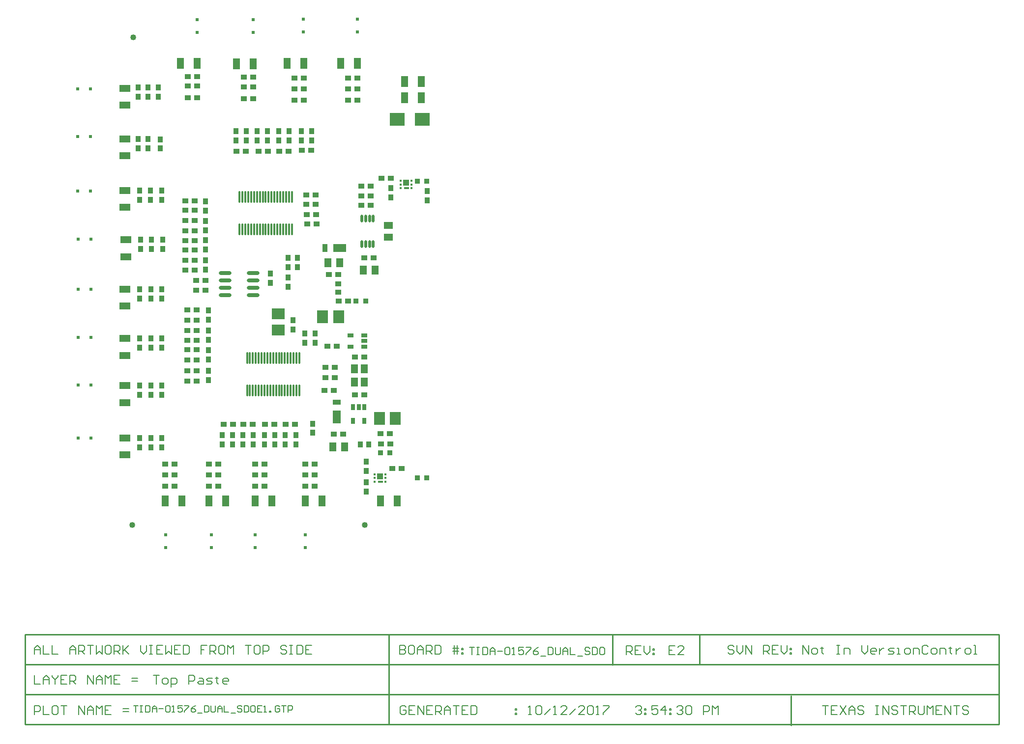
<source format=gtp>
G04 Layer_Color=8421504*
%FSLAX25Y25*%
%MOIN*%
G70*
G01*
G75*
%ADD10O,0.01181X0.08071*%
%ADD11R,0.05000X0.06300*%
%ADD12R,0.05512X0.08661*%
%ADD13R,0.05512X0.03543*%
%ADD14R,0.02362X0.02362*%
%ADD15R,0.03740X0.03937*%
%ADD16R,0.05118X0.05906*%
%ADD17R,0.03200X0.03200*%
%ADD18R,0.01791X0.01575*%
%ADD19R,0.04331X0.04134*%
%ADD20R,0.03347X0.01575*%
%ADD21R,0.07677X0.08858*%
%ADD22R,0.09843X0.09055*%
%ADD23R,0.03937X0.03740*%
%ADD24R,0.02559X0.04331*%
%ADD25C,0.04000*%
%ADD26R,0.05118X0.07284*%
%ADD27R,0.02362X0.02362*%
%ADD28R,0.03740X0.03937*%
%ADD29R,0.07284X0.05118*%
%ADD30R,0.03937X0.03740*%
%ADD31R,0.04331X0.02559*%
%ADD32R,0.08858X0.07677*%
%ADD33R,0.08661X0.05512*%
%ADD34R,0.03543X0.05512*%
%ADD35O,0.01772X0.05315*%
%ADD36R,0.06300X0.05000*%
%ADD37O,0.08661X0.02362*%
%ADD38C,0.01000*%
%ADD46C,0.00800*%
G54D10*
X151650Y244921D02*
D03*
X149681D02*
D03*
X147713D02*
D03*
X145744D02*
D03*
X143776D02*
D03*
X141807D02*
D03*
X139839D02*
D03*
X137870D02*
D03*
X135902D02*
D03*
X133933D02*
D03*
X131965D02*
D03*
X129996D02*
D03*
X128028D02*
D03*
X126059D02*
D03*
X124091D02*
D03*
X122122D02*
D03*
X120153D02*
D03*
X118185D02*
D03*
X116217D02*
D03*
X151650Y222677D02*
D03*
X149681D02*
D03*
X147713D02*
D03*
X145744D02*
D03*
X143776D02*
D03*
X141807D02*
D03*
X139839D02*
D03*
X137870D02*
D03*
X135902D02*
D03*
X133933D02*
D03*
X131965D02*
D03*
X129996D02*
D03*
X128028D02*
D03*
X126059D02*
D03*
X124091D02*
D03*
X122122D02*
D03*
X120153D02*
D03*
X118185D02*
D03*
X116217D02*
D03*
X156717Y135622D02*
D03*
X154748D02*
D03*
X152779D02*
D03*
X150811D02*
D03*
X148843D02*
D03*
X146874D02*
D03*
X144905D02*
D03*
X142937D02*
D03*
X140969D02*
D03*
X139000D02*
D03*
X137031D02*
D03*
X135063D02*
D03*
X133095D02*
D03*
X131126D02*
D03*
X129157D02*
D03*
X127189D02*
D03*
X125221D02*
D03*
X123252D02*
D03*
X121283D02*
D03*
X156717Y113378D02*
D03*
X154748D02*
D03*
X152779D02*
D03*
X150811D02*
D03*
X148843D02*
D03*
X146874D02*
D03*
X144905D02*
D03*
X142937D02*
D03*
X140969D02*
D03*
X139000D02*
D03*
X137031D02*
D03*
X135063D02*
D03*
X133095D02*
D03*
X131126D02*
D03*
X129157D02*
D03*
X127189D02*
D03*
X125221D02*
D03*
X123252D02*
D03*
X121283D02*
D03*
G54D11*
X187600Y75200D02*
D03*
X179600D02*
D03*
X184000Y200000D02*
D03*
X176000D02*
D03*
X200000Y195000D02*
D03*
X208000D02*
D03*
G54D12*
X182100Y95580D02*
D03*
G54D13*
Y105620D02*
D03*
G54D14*
X6669Y149500D02*
D03*
X15331D02*
D03*
Y216000D02*
D03*
X6669D02*
D03*
X15131Y248900D02*
D03*
X6469D02*
D03*
X6669Y182300D02*
D03*
X15331D02*
D03*
X15231Y318300D02*
D03*
X6569D02*
D03*
X15231Y285950D02*
D03*
X6569D02*
D03*
X6669Y117000D02*
D03*
X15331D02*
D03*
X6769Y81200D02*
D03*
X15431D02*
D03*
G54D15*
X197947Y76800D02*
D03*
X203853D02*
D03*
G54D16*
X194153Y119000D02*
D03*
X200847D02*
D03*
Y128000D02*
D03*
X194153D02*
D03*
G54D17*
X236752Y54000D02*
D03*
X243248D02*
D03*
X195252Y174000D02*
D03*
X201748D02*
D03*
X211752Y71000D02*
D03*
X218248D02*
D03*
X243248Y255500D02*
D03*
X236752D02*
D03*
G54D18*
X215132Y51441D02*
D03*
Y54000D02*
D03*
Y56559D02*
D03*
X207868Y51441D02*
D03*
Y54000D02*
D03*
Y56559D02*
D03*
X232764Y250641D02*
D03*
Y253200D02*
D03*
Y255759D02*
D03*
X225500Y250641D02*
D03*
Y253200D02*
D03*
Y255759D02*
D03*
G54D19*
X211500Y55279D02*
D03*
X229132Y254480D02*
D03*
G54D20*
X211878Y51441D02*
D03*
X229510Y250641D02*
D03*
G54D21*
X221813Y94600D02*
D03*
X210987D02*
D03*
X172587Y163500D02*
D03*
X183413D02*
D03*
G54D22*
X223071Y297500D02*
D03*
X240000D02*
D03*
G54D23*
X211750Y84200D02*
D03*
X218050D02*
D03*
X167983Y232911D02*
D03*
X161683D02*
D03*
X168283Y226311D02*
D03*
X161984D02*
D03*
X200650Y110500D02*
D03*
X194350D02*
D03*
X218650Y257500D02*
D03*
X212350D02*
D03*
X72150Y63500D02*
D03*
X65850D02*
D03*
X65850Y56000D02*
D03*
X72150D02*
D03*
X65850Y48500D02*
D03*
X72150D02*
D03*
X101650Y63500D02*
D03*
X95350D02*
D03*
X95350Y56000D02*
D03*
X101650D02*
D03*
X95350Y48500D02*
D03*
X101650D02*
D03*
X133150Y63500D02*
D03*
X126850D02*
D03*
X126850Y56000D02*
D03*
X133150D02*
D03*
X126850Y48500D02*
D03*
X133150D02*
D03*
X167150Y63500D02*
D03*
X160850D02*
D03*
X160850Y56000D02*
D03*
X167150D02*
D03*
X160850Y48500D02*
D03*
X167150D02*
D03*
X87150Y126773D02*
D03*
X80850D02*
D03*
X212050Y77100D02*
D03*
X218350D02*
D03*
X180250Y83700D02*
D03*
X186550D02*
D03*
X196150Y318000D02*
D03*
X189850D02*
D03*
X87299Y320000D02*
D03*
X81000D02*
D03*
X125299Y319500D02*
D03*
X119000D02*
D03*
X159650Y325500D02*
D03*
X153350D02*
D03*
X196150D02*
D03*
X189850D02*
D03*
X87299Y326500D02*
D03*
X81000D02*
D03*
X125299Y326000D02*
D03*
X119000D02*
D03*
X79484Y195220D02*
D03*
X85783D02*
D03*
X158473Y276311D02*
D03*
X164772D02*
D03*
X79484Y201720D02*
D03*
X85783D02*
D03*
X79484Y208720D02*
D03*
X85783D02*
D03*
X142973Y275811D02*
D03*
X149272D02*
D03*
X79484Y215220D02*
D03*
X85783D02*
D03*
X79484Y221721D02*
D03*
X85783D02*
D03*
X128972Y275811D02*
D03*
X135272D02*
D03*
X79484Y228720D02*
D03*
X85783D02*
D03*
X79484Y235720D02*
D03*
X85783D02*
D03*
X113972Y275811D02*
D03*
X120272D02*
D03*
X79484Y242220D02*
D03*
X85783D02*
D03*
X87150Y119773D02*
D03*
X80850D02*
D03*
X87150Y134000D02*
D03*
X80850D02*
D03*
X87150Y147500D02*
D03*
X80850D02*
D03*
X87150Y161000D02*
D03*
X80850D02*
D03*
X87150Y141000D02*
D03*
X80850D02*
D03*
X87150Y154000D02*
D03*
X80850D02*
D03*
X105350Y90500D02*
D03*
X111650D02*
D03*
X183350Y174000D02*
D03*
X189650D02*
D03*
X194350Y136000D02*
D03*
X200650D02*
D03*
X182150Y143500D02*
D03*
X175850D02*
D03*
X87150Y168000D02*
D03*
X80850D02*
D03*
X147350Y90500D02*
D03*
X153650D02*
D03*
X118850D02*
D03*
X125150D02*
D03*
X133350D02*
D03*
X139650D02*
D03*
X159650Y310500D02*
D03*
X153350D02*
D03*
X196150D02*
D03*
X189850D02*
D03*
X87299Y312000D02*
D03*
X81000D02*
D03*
X125299Y311500D02*
D03*
X119000D02*
D03*
X161583Y246111D02*
D03*
X167883D02*
D03*
Y239711D02*
D03*
X161583D02*
D03*
X219850Y60500D02*
D03*
X226150D02*
D03*
X180650Y129000D02*
D03*
X174350D02*
D03*
X180650Y122000D02*
D03*
X174350D02*
D03*
X173850Y113500D02*
D03*
X180150D02*
D03*
X159650Y318000D02*
D03*
X153350D02*
D03*
X176850Y192000D02*
D03*
X183150D02*
D03*
X205150Y245500D02*
D03*
X198850D02*
D03*
X198850Y252000D02*
D03*
X205150D02*
D03*
X198850Y239000D02*
D03*
X205150D02*
D03*
X207150Y203500D02*
D03*
X200850D02*
D03*
X93150Y181500D02*
D03*
X86850D02*
D03*
X93150Y188000D02*
D03*
X86850D02*
D03*
G54D24*
X200740Y92776D02*
D03*
X193260D02*
D03*
Y102224D02*
D03*
X197000D02*
D03*
X200740D02*
D03*
G54D25*
X201000Y22000D02*
D03*
X43300D02*
D03*
X44000Y353000D02*
D03*
G54D26*
X211791Y38500D02*
D03*
X223209D02*
D03*
X77209D02*
D03*
X65791D02*
D03*
X106709D02*
D03*
X95291D02*
D03*
X138209D02*
D03*
X126791D02*
D03*
X172209D02*
D03*
X160791D02*
D03*
X113941Y335000D02*
D03*
X125358D02*
D03*
X196209Y335500D02*
D03*
X184791D02*
D03*
X87358D02*
D03*
X75941D02*
D03*
X227996Y312000D02*
D03*
X239414D02*
D03*
X227996Y323000D02*
D03*
X239414D02*
D03*
X159709Y335500D02*
D03*
X148291D02*
D03*
G54D27*
X159400Y356669D02*
D03*
Y365331D02*
D03*
X196000Y356669D02*
D03*
Y365331D02*
D03*
X126800Y6869D02*
D03*
Y15531D02*
D03*
X160700Y6669D02*
D03*
Y15331D02*
D03*
X66000Y6669D02*
D03*
Y15331D02*
D03*
X97000Y6669D02*
D03*
Y15331D02*
D03*
X125300Y356569D02*
D03*
Y365231D02*
D03*
X87400Y356569D02*
D03*
Y365231D02*
D03*
G54D28*
X167500Y145850D02*
D03*
Y152150D02*
D03*
X160500Y152244D02*
D03*
Y145945D02*
D03*
X202000Y58850D02*
D03*
Y65150D02*
D03*
Y44850D02*
D03*
Y51150D02*
D03*
X218800Y244350D02*
D03*
Y250650D02*
D03*
X63500Y110350D02*
D03*
Y116650D02*
D03*
X56000Y116650D02*
D03*
Y110350D02*
D03*
X48500Y116650D02*
D03*
Y110350D02*
D03*
X63500Y74850D02*
D03*
Y81150D02*
D03*
X56000Y81150D02*
D03*
Y74850D02*
D03*
X48500Y81150D02*
D03*
Y74850D02*
D03*
X63500Y175850D02*
D03*
Y182150D02*
D03*
X56000Y182150D02*
D03*
Y175850D02*
D03*
X48500Y182150D02*
D03*
Y175850D02*
D03*
X63500Y142350D02*
D03*
Y148650D02*
D03*
X56000Y148650D02*
D03*
Y142350D02*
D03*
X48500Y148650D02*
D03*
Y142350D02*
D03*
X56500Y215650D02*
D03*
Y209350D02*
D03*
X55800Y249050D02*
D03*
Y242750D02*
D03*
X54100Y283999D02*
D03*
Y277700D02*
D03*
Y318999D02*
D03*
Y312700D02*
D03*
X49000Y215650D02*
D03*
Y209350D02*
D03*
X48300Y249050D02*
D03*
Y242750D02*
D03*
X47600Y283999D02*
D03*
Y277700D02*
D03*
Y318999D02*
D03*
Y312700D02*
D03*
X165122Y283161D02*
D03*
Y289461D02*
D03*
X93134Y201870D02*
D03*
Y195571D02*
D03*
X158122Y283161D02*
D03*
Y289461D02*
D03*
X149622Y283161D02*
D03*
Y289461D02*
D03*
X93134Y215370D02*
D03*
Y209071D02*
D03*
X135122Y283161D02*
D03*
Y289461D02*
D03*
X93134Y228370D02*
D03*
Y222071D02*
D03*
X128122Y283161D02*
D03*
Y289461D02*
D03*
X120622Y283161D02*
D03*
Y289461D02*
D03*
X93134Y241870D02*
D03*
Y235571D02*
D03*
X113622Y283161D02*
D03*
Y289461D02*
D03*
X104500Y76850D02*
D03*
Y83150D02*
D03*
X118500Y76850D02*
D03*
Y83150D02*
D03*
X111500Y76850D02*
D03*
Y83150D02*
D03*
X133000Y76850D02*
D03*
Y83150D02*
D03*
X125500Y76850D02*
D03*
Y83150D02*
D03*
X147000Y76850D02*
D03*
Y83150D02*
D03*
X140000Y76850D02*
D03*
Y83150D02*
D03*
X154500Y76850D02*
D03*
Y83150D02*
D03*
X95002Y120624D02*
D03*
Y126923D02*
D03*
X95000Y134350D02*
D03*
Y140650D02*
D03*
Y147850D02*
D03*
Y154150D02*
D03*
Y161350D02*
D03*
Y167650D02*
D03*
X64000Y215650D02*
D03*
Y209350D02*
D03*
X63300Y249050D02*
D03*
Y242750D02*
D03*
X62400Y283950D02*
D03*
Y277650D02*
D03*
X61100Y319150D02*
D03*
Y312850D02*
D03*
X142622Y283161D02*
D03*
Y289461D02*
D03*
X152500Y161150D02*
D03*
Y154850D02*
D03*
X165900Y84650D02*
D03*
Y90950D02*
D03*
X155500Y197201D02*
D03*
Y203500D02*
D03*
X149000Y183850D02*
D03*
Y190150D02*
D03*
X243500Y242350D02*
D03*
Y248650D02*
D03*
X149000Y197201D02*
D03*
Y203500D02*
D03*
X137000Y192650D02*
D03*
Y186350D02*
D03*
G54D29*
X38500Y105291D02*
D03*
Y116709D02*
D03*
Y69791D02*
D03*
Y81209D02*
D03*
Y170791D02*
D03*
Y182209D02*
D03*
Y137291D02*
D03*
Y148709D02*
D03*
X39000Y215709D02*
D03*
Y204291D02*
D03*
X38300Y249109D02*
D03*
Y237691D02*
D03*
X38600Y284058D02*
D03*
Y272641D02*
D03*
Y318558D02*
D03*
Y307141D02*
D03*
G54D30*
X183000Y185953D02*
D03*
Y180047D02*
D03*
G54D31*
X200724Y143260D02*
D03*
Y147000D02*
D03*
Y150740D02*
D03*
X191276D02*
D03*
Y143260D02*
D03*
G54D32*
X142500Y165413D02*
D03*
Y154587D02*
D03*
G54D33*
X184020Y210000D02*
D03*
G54D34*
X173980D02*
D03*
G54D35*
X206839Y230260D02*
D03*
X204279D02*
D03*
X201720D02*
D03*
X206839Y212740D02*
D03*
X204279D02*
D03*
X201720D02*
D03*
X199161D02*
D03*
Y230260D02*
D03*
G54D36*
X217000Y225500D02*
D03*
Y217500D02*
D03*
G54D37*
X106551Y193000D02*
D03*
Y188000D02*
D03*
Y183000D02*
D03*
Y178000D02*
D03*
X125449Y193000D02*
D03*
Y188000D02*
D03*
Y183000D02*
D03*
Y178000D02*
D03*
G54D38*
X428000Y-72683D02*
Y-52350D01*
X369000Y-73000D02*
Y-52667D01*
X-29200Y-72683D02*
X631000D01*
X-29200Y-93017D02*
X630800D01*
X-29200Y-113350D02*
X371300D01*
X-29150Y-52350D02*
X631000D01*
X-29150Y-113350D02*
Y-52350D01*
Y-113350D02*
X128400D01*
X-29200D02*
Y-52350D01*
X217300Y-113350D02*
Y-52350D01*
X631000Y-113350D02*
Y-52350D01*
X371300Y-113350D02*
X631000D01*
X490200Y-114000D02*
Y-93717D01*
G54D46*
X57700Y-79851D02*
X61699D01*
X59699D01*
Y-85849D01*
X64698D02*
X66697D01*
X67697Y-84850D01*
Y-82850D01*
X66697Y-81851D01*
X64698D01*
X63698Y-82850D01*
Y-84850D01*
X64698Y-85849D01*
X69696Y-87849D02*
Y-81851D01*
X72695D01*
X73695Y-82850D01*
Y-84850D01*
X72695Y-85849D01*
X69696D01*
X81692D02*
Y-79851D01*
X84691D01*
X85691Y-80851D01*
Y-82850D01*
X84691Y-83850D01*
X81692D01*
X88690Y-81851D02*
X90689D01*
X91689Y-82850D01*
Y-85849D01*
X88690D01*
X87690Y-84850D01*
X88690Y-83850D01*
X91689D01*
X93688Y-85849D02*
X96687D01*
X97687Y-84850D01*
X96687Y-83850D01*
X94688D01*
X93688Y-82850D01*
X94688Y-81851D01*
X97687D01*
X100686Y-80851D02*
Y-81851D01*
X99686D01*
X101686D01*
X100686D01*
Y-84850D01*
X101686Y-85849D01*
X107684D02*
X105684D01*
X104685Y-84850D01*
Y-82850D01*
X105684Y-81851D01*
X107684D01*
X108684Y-82850D01*
Y-83850D01*
X104685D01*
X498200Y-65567D02*
Y-59569D01*
X502199Y-65567D01*
Y-59569D01*
X505198Y-65567D02*
X507197D01*
X508197Y-64567D01*
Y-62568D01*
X507197Y-61568D01*
X505198D01*
X504198Y-62568D01*
Y-64567D01*
X505198Y-65567D01*
X511196Y-60568D02*
Y-61568D01*
X510196D01*
X512195D01*
X511196D01*
Y-64567D01*
X512195Y-65567D01*
X521193Y-59569D02*
X523192D01*
X522192D01*
Y-65567D01*
X521193D01*
X523192D01*
X526191D02*
Y-61568D01*
X529190D01*
X530190Y-62568D01*
Y-65567D01*
X538187Y-59569D02*
Y-63567D01*
X540186Y-65567D01*
X542186Y-63567D01*
Y-59569D01*
X547184Y-65567D02*
X545185D01*
X544185Y-64567D01*
Y-62568D01*
X545185Y-61568D01*
X547184D01*
X548184Y-62568D01*
Y-63567D01*
X544185D01*
X550183Y-61568D02*
Y-65567D01*
Y-63567D01*
X551183Y-62568D01*
X552182Y-61568D01*
X553182D01*
X556181Y-65567D02*
X559180D01*
X560180Y-64567D01*
X559180Y-63567D01*
X557181D01*
X556181Y-62568D01*
X557181Y-61568D01*
X560180D01*
X562179Y-65567D02*
X564179D01*
X563179D01*
Y-61568D01*
X562179D01*
X568177Y-65567D02*
X570177D01*
X571176Y-64567D01*
Y-62568D01*
X570177Y-61568D01*
X568177D01*
X567178Y-62568D01*
Y-64567D01*
X568177Y-65567D01*
X573176D02*
Y-61568D01*
X576175D01*
X577174Y-62568D01*
Y-65567D01*
X583173Y-60568D02*
X582173Y-59569D01*
X580173D01*
X579174Y-60568D01*
Y-64567D01*
X580173Y-65567D01*
X582173D01*
X583173Y-64567D01*
X586171Y-65567D02*
X588171D01*
X589171Y-64567D01*
Y-62568D01*
X588171Y-61568D01*
X586171D01*
X585172Y-62568D01*
Y-64567D01*
X586171Y-65567D01*
X591170D02*
Y-61568D01*
X594169D01*
X595169Y-62568D01*
Y-65567D01*
X598168Y-60568D02*
Y-61568D01*
X597168D01*
X599167D01*
X598168D01*
Y-64567D01*
X599167Y-65567D01*
X602166Y-61568D02*
Y-65567D01*
Y-63567D01*
X603166Y-62568D01*
X604166Y-61568D01*
X605165D01*
X609164Y-65567D02*
X611164D01*
X612163Y-64567D01*
Y-62568D01*
X611164Y-61568D01*
X609164D01*
X608164Y-62568D01*
Y-64567D01*
X609164Y-65567D01*
X614162D02*
X616162D01*
X615162D01*
Y-59569D01*
X614162D01*
X451599Y-60568D02*
X450599Y-59569D01*
X448600D01*
X447600Y-60568D01*
Y-61568D01*
X448600Y-62568D01*
X450599D01*
X451599Y-63567D01*
Y-64567D01*
X450599Y-65567D01*
X448600D01*
X447600Y-64567D01*
X453598Y-59569D02*
Y-63567D01*
X455597Y-65567D01*
X457597Y-63567D01*
Y-59569D01*
X459596Y-65567D02*
Y-59569D01*
X463595Y-65567D01*
Y-59569D01*
X471592Y-65567D02*
Y-59569D01*
X474591D01*
X475591Y-60568D01*
Y-62568D01*
X474591Y-63567D01*
X471592D01*
X473592D02*
X475591Y-65567D01*
X481589Y-59569D02*
X477590D01*
Y-65567D01*
X481589D01*
X477590Y-62568D02*
X479590D01*
X483588Y-59569D02*
Y-63567D01*
X485588Y-65567D01*
X487587Y-63567D01*
Y-59569D01*
X489586Y-61568D02*
X490586D01*
Y-62568D01*
X489586D01*
Y-61568D01*
Y-64567D02*
X490586D01*
Y-65567D01*
X489586D01*
Y-64567D01*
X378500Y-65700D02*
Y-59702D01*
X381499D01*
X382499Y-60702D01*
Y-62701D01*
X381499Y-63701D01*
X378500D01*
X380499D02*
X382499Y-65700D01*
X388497Y-59702D02*
X384498D01*
Y-65700D01*
X388497D01*
X384498Y-62701D02*
X386497D01*
X390496Y-59702D02*
Y-63701D01*
X392495Y-65700D01*
X394495Y-63701D01*
Y-59702D01*
X396494Y-61701D02*
X397494D01*
Y-62701D01*
X396494D01*
Y-61701D01*
Y-64700D02*
X397494D01*
Y-65700D01*
X396494D01*
Y-64700D01*
X411489Y-59702D02*
X407491D01*
Y-65700D01*
X411489D01*
X407491Y-62701D02*
X409490D01*
X417487Y-65700D02*
X413489D01*
X417487Y-61701D01*
Y-60702D01*
X416488Y-59702D01*
X414488D01*
X413489Y-60702D01*
X44300Y-100401D02*
X47299D01*
X45799D01*
Y-104900D01*
X48799Y-100401D02*
X50298D01*
X49548D01*
Y-104900D01*
X48799D01*
X50298D01*
X52547Y-100401D02*
Y-104900D01*
X54797D01*
X55546Y-104150D01*
Y-101151D01*
X54797Y-100401D01*
X52547D01*
X57046Y-104900D02*
Y-101901D01*
X58545Y-100401D01*
X60045Y-101901D01*
Y-104900D01*
Y-102651D01*
X57046D01*
X61544D02*
X64543D01*
X66043Y-101151D02*
X66793Y-100401D01*
X68292D01*
X69042Y-101151D01*
Y-104150D01*
X68292Y-104900D01*
X66793D01*
X66043Y-104150D01*
Y-101151D01*
X70542Y-104900D02*
X72041D01*
X71291D01*
Y-100401D01*
X70542Y-101151D01*
X77289Y-100401D02*
X74290D01*
Y-102651D01*
X75790Y-101901D01*
X76540D01*
X77289Y-102651D01*
Y-104150D01*
X76540Y-104900D01*
X75040D01*
X74290Y-104150D01*
X78789Y-100401D02*
X81788D01*
Y-101151D01*
X78789Y-104150D01*
Y-104900D01*
X86286Y-100401D02*
X84787Y-101151D01*
X83287Y-102651D01*
Y-104150D01*
X84037Y-104900D01*
X85537D01*
X86286Y-104150D01*
Y-103401D01*
X85537Y-102651D01*
X83287D01*
X87786Y-105650D02*
X90785D01*
X92285Y-100401D02*
Y-104900D01*
X94534D01*
X95284Y-104150D01*
Y-101151D01*
X94534Y-100401D01*
X92285D01*
X96783D02*
Y-104150D01*
X97533Y-104900D01*
X99032D01*
X99782Y-104150D01*
Y-100401D01*
X101282Y-104900D02*
Y-101901D01*
X102781Y-100401D01*
X104281Y-101901D01*
Y-104900D01*
Y-102651D01*
X101282D01*
X105780Y-100401D02*
Y-104900D01*
X108779D01*
X110279Y-105650D02*
X113278D01*
X117776Y-101151D02*
X117026Y-100401D01*
X115527D01*
X114777Y-101151D01*
Y-101901D01*
X115527Y-102651D01*
X117026D01*
X117776Y-103401D01*
Y-104150D01*
X117026Y-104900D01*
X115527D01*
X114777Y-104150D01*
X119276Y-100401D02*
Y-104900D01*
X121525D01*
X122275Y-104150D01*
Y-101151D01*
X121525Y-100401D01*
X119276D01*
X126024D02*
X124524D01*
X123774Y-101151D01*
Y-104150D01*
X124524Y-104900D01*
X126024D01*
X126773Y-104150D01*
Y-101151D01*
X126024Y-100401D01*
X131272D02*
X128273D01*
Y-104900D01*
X131272D01*
X128273Y-102651D02*
X129772D01*
X132772Y-104900D02*
X134271D01*
X133521D01*
Y-100401D01*
X132772Y-101151D01*
X136520Y-104900D02*
Y-104150D01*
X137270D01*
Y-104900D01*
X136520D01*
X143268Y-101151D02*
X142518Y-100401D01*
X141019D01*
X140269Y-101151D01*
Y-104150D01*
X141019Y-104900D01*
X142518D01*
X143268Y-104150D01*
Y-102651D01*
X141769D01*
X144768Y-100401D02*
X147767D01*
X146267D01*
Y-104900D01*
X149266D02*
Y-100401D01*
X151515D01*
X152265Y-101151D01*
Y-102651D01*
X151515Y-103401D01*
X149266D01*
X311950Y-106433D02*
X313949D01*
X312950D01*
Y-100435D01*
X311950Y-101435D01*
X316948D02*
X317948Y-100435D01*
X319947D01*
X320947Y-101435D01*
Y-105434D01*
X319947Y-106433D01*
X317948D01*
X316948Y-105434D01*
Y-101435D01*
X322946Y-106433D02*
X326945Y-102435D01*
X328944Y-106433D02*
X330944D01*
X329944D01*
Y-100435D01*
X328944Y-101435D01*
X337942Y-106433D02*
X333943D01*
X337942Y-102435D01*
Y-101435D01*
X336942Y-100435D01*
X334943D01*
X333943Y-101435D01*
X339941Y-106433D02*
X343940Y-102435D01*
X349938Y-106433D02*
X345939D01*
X349938Y-102435D01*
Y-101435D01*
X348938Y-100435D01*
X346939D01*
X345939Y-101435D01*
X351937D02*
X352937Y-100435D01*
X354936D01*
X355936Y-101435D01*
Y-105434D01*
X354936Y-106433D01*
X352937D01*
X351937Y-105434D01*
Y-101435D01*
X357935Y-106433D02*
X359934D01*
X358935D01*
Y-100435D01*
X357935Y-101435D01*
X362933Y-100435D02*
X366932D01*
Y-101435D01*
X362933Y-105434D01*
Y-106433D01*
X228999Y-101435D02*
X227999Y-100435D01*
X226000D01*
X225000Y-101435D01*
Y-105434D01*
X226000Y-106433D01*
X227999D01*
X228999Y-105434D01*
Y-103435D01*
X226999D01*
X234997Y-100435D02*
X230998D01*
Y-106433D01*
X234997D01*
X230998Y-103435D02*
X232997D01*
X236996Y-106433D02*
Y-100435D01*
X240995Y-106433D01*
Y-100435D01*
X246993D02*
X242994D01*
Y-106433D01*
X246993D01*
X242994Y-103435D02*
X244993D01*
X248992Y-106433D02*
Y-100435D01*
X251991D01*
X252991Y-101435D01*
Y-103435D01*
X251991Y-104434D01*
X248992D01*
X250992D02*
X252991Y-106433D01*
X254990D02*
Y-102435D01*
X256990Y-100435D01*
X258989Y-102435D01*
Y-106433D01*
Y-103435D01*
X254990D01*
X260988Y-100435D02*
X264987D01*
X262988D01*
Y-106433D01*
X270985Y-100435D02*
X266986D01*
Y-106433D01*
X270985D01*
X266986Y-103435D02*
X268986D01*
X272985Y-100435D02*
Y-106433D01*
X275984D01*
X276983Y-105434D01*
Y-101435D01*
X275984Y-100435D01*
X272985D01*
X302975Y-102435D02*
X303975D01*
Y-103435D01*
X302975D01*
Y-102435D01*
Y-105434D02*
X303975D01*
Y-106433D01*
X302975D01*
Y-105434D01*
X-22850Y-65567D02*
Y-61568D01*
X-20851Y-59569D01*
X-18851Y-61568D01*
Y-65567D01*
Y-62568D01*
X-22850D01*
X-16852Y-59569D02*
Y-65567D01*
X-12853D01*
X-10854Y-59569D02*
Y-65567D01*
X-6855D01*
X1142D02*
Y-61568D01*
X3142Y-59569D01*
X5141Y-61568D01*
Y-65567D01*
Y-62568D01*
X1142D01*
X7140Y-65567D02*
Y-59569D01*
X10139D01*
X11139Y-60568D01*
Y-62568D01*
X10139Y-63567D01*
X7140D01*
X9140D02*
X11139Y-65567D01*
X13138Y-59569D02*
X17137D01*
X15138D01*
Y-65567D01*
X19136Y-59569D02*
Y-65567D01*
X21136Y-63567D01*
X23135Y-65567D01*
Y-59569D01*
X28133D02*
X26134D01*
X25135Y-60568D01*
Y-64567D01*
X26134Y-65567D01*
X28133D01*
X29133Y-64567D01*
Y-60568D01*
X28133Y-59569D01*
X31133Y-65567D02*
Y-59569D01*
X34132D01*
X35131Y-60568D01*
Y-62568D01*
X34132Y-63567D01*
X31133D01*
X33132D02*
X35131Y-65567D01*
X37131Y-59569D02*
Y-65567D01*
Y-63567D01*
X41129Y-59569D01*
X38130Y-62568D01*
X41129Y-65567D01*
X49127Y-59569D02*
Y-63567D01*
X51126Y-65567D01*
X53125Y-63567D01*
Y-59569D01*
X55125D02*
X57124D01*
X56125D01*
Y-65567D01*
X55125D01*
X57124D01*
X64122Y-59569D02*
X60123D01*
Y-65567D01*
X64122D01*
X60123Y-62568D02*
X62122D01*
X66121Y-59569D02*
Y-65567D01*
X68121Y-63567D01*
X70120Y-65567D01*
Y-59569D01*
X76118D02*
X72119D01*
Y-65567D01*
X76118D01*
X72119Y-62568D02*
X74119D01*
X78117Y-59569D02*
Y-65567D01*
X81116D01*
X82116Y-64567D01*
Y-60568D01*
X81116Y-59569D01*
X78117D01*
X94112D02*
X90114D01*
Y-62568D01*
X92113D01*
X90114D01*
Y-65567D01*
X96112D02*
Y-59569D01*
X99111D01*
X100110Y-60568D01*
Y-62568D01*
X99111Y-63567D01*
X96112D01*
X98111D02*
X100110Y-65567D01*
X105109Y-59569D02*
X103109D01*
X102110Y-60568D01*
Y-64567D01*
X103109Y-65567D01*
X105109D01*
X106108Y-64567D01*
Y-60568D01*
X105109Y-59569D01*
X108108Y-65567D02*
Y-59569D01*
X110107Y-61568D01*
X112106Y-59569D01*
Y-65567D01*
X120104Y-59569D02*
X124102D01*
X122103D01*
Y-65567D01*
X129101Y-59569D02*
X127102D01*
X126102Y-60568D01*
Y-64567D01*
X127102Y-65567D01*
X129101D01*
X130101Y-64567D01*
Y-60568D01*
X129101Y-59569D01*
X132100Y-65567D02*
Y-59569D01*
X135099D01*
X136099Y-60568D01*
Y-62568D01*
X135099Y-63567D01*
X132100D01*
X148095Y-60568D02*
X147095Y-59569D01*
X145096D01*
X144096Y-60568D01*
Y-61568D01*
X145096Y-62568D01*
X147095D01*
X148095Y-63567D01*
Y-64567D01*
X147095Y-65567D01*
X145096D01*
X144096Y-64567D01*
X150094Y-59569D02*
X152093D01*
X151094D01*
Y-65567D01*
X150094D01*
X152093D01*
X155092Y-59569D02*
Y-65567D01*
X158091D01*
X159091Y-64567D01*
Y-60568D01*
X158091Y-59569D01*
X155092D01*
X165089D02*
X161091D01*
Y-65567D01*
X165089D01*
X161091Y-62568D02*
X163090D01*
X272000Y-61002D02*
X275332D01*
X273666D01*
Y-66000D01*
X276998Y-61002D02*
X278664D01*
X277831D01*
Y-66000D01*
X276998D01*
X278664D01*
X281164Y-61002D02*
Y-66000D01*
X283663D01*
X284496Y-65167D01*
Y-61835D01*
X283663Y-61002D01*
X281164D01*
X286162Y-66000D02*
Y-62668D01*
X287828Y-61002D01*
X289494Y-62668D01*
Y-66000D01*
Y-63501D01*
X286162D01*
X291160D02*
X294493D01*
X296159Y-61835D02*
X296992Y-61002D01*
X298658D01*
X299491Y-61835D01*
Y-65167D01*
X298658Y-66000D01*
X296992D01*
X296159Y-65167D01*
Y-61835D01*
X301157Y-66000D02*
X302823D01*
X301990D01*
Y-61002D01*
X301157Y-61835D01*
X308655Y-61002D02*
X305323D01*
Y-63501D01*
X306989Y-62668D01*
X307822D01*
X308655Y-63501D01*
Y-65167D01*
X307822Y-66000D01*
X306156D01*
X305323Y-65167D01*
X310321Y-61002D02*
X313653D01*
Y-61835D01*
X310321Y-65167D01*
Y-66000D01*
X318652Y-61002D02*
X316985Y-61835D01*
X315319Y-63501D01*
Y-65167D01*
X316152Y-66000D01*
X317818D01*
X318652Y-65167D01*
Y-64334D01*
X317818Y-63501D01*
X315319D01*
X320318Y-66833D02*
X323650D01*
X325316Y-61002D02*
Y-66000D01*
X327815D01*
X328648Y-65167D01*
Y-61835D01*
X327815Y-61002D01*
X325316D01*
X330314D02*
Y-65167D01*
X331148Y-66000D01*
X332814D01*
X333647Y-65167D01*
Y-61002D01*
X335313Y-66000D02*
Y-62668D01*
X336979Y-61002D01*
X338645Y-62668D01*
Y-66000D01*
Y-63501D01*
X335313D01*
X340311Y-61002D02*
Y-66000D01*
X343643D01*
X345310Y-66833D02*
X348642D01*
X353640Y-61835D02*
X352807Y-61002D01*
X351141D01*
X350308Y-61835D01*
Y-62668D01*
X351141Y-63501D01*
X352807D01*
X353640Y-64334D01*
Y-65167D01*
X352807Y-66000D01*
X351141D01*
X350308Y-65167D01*
X355306Y-61002D02*
Y-66000D01*
X357805D01*
X358639Y-65167D01*
Y-61835D01*
X357805Y-61002D01*
X355306D01*
X362804D02*
X361138D01*
X360305Y-61835D01*
Y-65167D01*
X361138Y-66000D01*
X362804D01*
X363637Y-65167D01*
Y-61835D01*
X362804Y-61002D01*
X224800Y-59569D02*
Y-65567D01*
X227799D01*
X228799Y-64567D01*
Y-63567D01*
X227799Y-62568D01*
X224800D01*
X227799D01*
X228799Y-61568D01*
Y-60568D01*
X227799Y-59569D01*
X224800D01*
X233797D02*
X231798D01*
X230798Y-60568D01*
Y-64567D01*
X231798Y-65567D01*
X233797D01*
X234797Y-64567D01*
Y-60568D01*
X233797Y-59569D01*
X236796Y-65567D02*
Y-61568D01*
X238795Y-59569D01*
X240795Y-61568D01*
Y-65567D01*
Y-62568D01*
X236796D01*
X242794Y-65567D02*
Y-59569D01*
X245793D01*
X246793Y-60568D01*
Y-62568D01*
X245793Y-63567D01*
X242794D01*
X244794D02*
X246793Y-65567D01*
X248792Y-59569D02*
Y-65567D01*
X251791D01*
X252791Y-64567D01*
Y-60568D01*
X251791Y-59569D01*
X248792D01*
X261788Y-65567D02*
Y-59569D01*
X263787D02*
Y-65567D01*
X260788Y-61568D02*
X263787D01*
X264787D01*
X260788Y-63567D02*
X264787D01*
X266786Y-61568D02*
X267786D01*
Y-62568D01*
X266786D01*
Y-61568D01*
Y-64567D02*
X267786D01*
Y-65567D01*
X266786D01*
Y-64567D01*
X-22850Y-79851D02*
Y-85849D01*
X-18851D01*
X-16852D02*
Y-81851D01*
X-14853Y-79851D01*
X-12853Y-81851D01*
Y-85849D01*
Y-82850D01*
X-16852D01*
X-10854Y-79851D02*
Y-80851D01*
X-8855Y-82850D01*
X-6855Y-80851D01*
Y-79851D01*
X-8855Y-82850D02*
Y-85849D01*
X-857Y-79851D02*
X-4856D01*
Y-85849D01*
X-857D01*
X-4856Y-82850D02*
X-2857D01*
X1142Y-85849D02*
Y-79851D01*
X4141D01*
X5141Y-80851D01*
Y-82850D01*
X4141Y-83850D01*
X1142D01*
X3142D02*
X5141Y-85849D01*
X13138D02*
Y-79851D01*
X17137Y-85849D01*
Y-79851D01*
X19136Y-85849D02*
Y-81851D01*
X21136Y-79851D01*
X23135Y-81851D01*
Y-85849D01*
Y-82850D01*
X19136D01*
X25135Y-85849D02*
Y-79851D01*
X27134Y-81851D01*
X29133Y-79851D01*
Y-85849D01*
X35131Y-79851D02*
X31133D01*
Y-85849D01*
X35131D01*
X31133Y-82850D02*
X33132D01*
X43129Y-83850D02*
X47127D01*
X43129Y-81851D02*
X47127D01*
X-22850Y-106433D02*
Y-100435D01*
X-19851D01*
X-18851Y-101435D01*
Y-103435D01*
X-19851Y-104434D01*
X-22850D01*
X-16852Y-100435D02*
Y-106433D01*
X-12853D01*
X-7855Y-100435D02*
X-9854D01*
X-10854Y-101435D01*
Y-105434D01*
X-9854Y-106433D01*
X-7855D01*
X-6855Y-105434D01*
Y-101435D01*
X-7855Y-100435D01*
X-4856D02*
X-857D01*
X-2857D01*
Y-106433D01*
X7140D02*
Y-100435D01*
X11139Y-106433D01*
Y-100435D01*
X13138Y-106433D02*
Y-102435D01*
X15138Y-100435D01*
X17137Y-102435D01*
Y-106433D01*
Y-103435D01*
X13138D01*
X19136Y-106433D02*
Y-100435D01*
X21136Y-102435D01*
X23135Y-100435D01*
Y-106433D01*
X29133Y-100435D02*
X25135D01*
Y-106433D01*
X29133D01*
X25135Y-103435D02*
X27134D01*
X37131Y-104434D02*
X41129D01*
X37131Y-102435D02*
X41129D01*
X384850Y-101435D02*
X385850Y-100435D01*
X387849D01*
X388849Y-101435D01*
Y-102435D01*
X387849Y-103435D01*
X386849D01*
X387849D01*
X388849Y-104434D01*
Y-105434D01*
X387849Y-106433D01*
X385850D01*
X384850Y-105434D01*
X390848Y-102435D02*
X391848D01*
Y-103435D01*
X390848D01*
Y-102435D01*
Y-105434D02*
X391848D01*
Y-106433D01*
X390848D01*
Y-105434D01*
X399845Y-100435D02*
X395846D01*
Y-103435D01*
X397846Y-102435D01*
X398846D01*
X399845Y-103435D01*
Y-105434D01*
X398846Y-106433D01*
X396846D01*
X395846Y-105434D01*
X404844Y-106433D02*
Y-100435D01*
X401845Y-103435D01*
X405843D01*
X407843Y-102435D02*
X408842D01*
Y-103435D01*
X407843D01*
Y-102435D01*
Y-105434D02*
X408842D01*
Y-106433D01*
X407843D01*
Y-105434D01*
X412841Y-101435D02*
X413841Y-100435D01*
X415840D01*
X416840Y-101435D01*
Y-102435D01*
X415840Y-103435D01*
X414840D01*
X415840D01*
X416840Y-104434D01*
Y-105434D01*
X415840Y-106433D01*
X413841D01*
X412841Y-105434D01*
X418839Y-101435D02*
X419839Y-100435D01*
X421838D01*
X422838Y-101435D01*
Y-105434D01*
X421838Y-106433D01*
X419839D01*
X418839Y-105434D01*
Y-101435D01*
X430835Y-106433D02*
Y-100435D01*
X433834D01*
X434834Y-101435D01*
Y-103435D01*
X433834Y-104434D01*
X430835D01*
X436833Y-106433D02*
Y-100435D01*
X438833Y-102435D01*
X440832Y-100435D01*
Y-106433D01*
X511300Y-100435D02*
X515299D01*
X513299D01*
Y-106433D01*
X521297Y-100435D02*
X517298D01*
Y-106433D01*
X521297D01*
X517298Y-103435D02*
X519297D01*
X523296Y-100435D02*
X527295Y-106433D01*
Y-100435D02*
X523296Y-106433D01*
X529294D02*
Y-102435D01*
X531293Y-100435D01*
X533293Y-102435D01*
Y-106433D01*
Y-103435D01*
X529294D01*
X539291Y-101435D02*
X538291Y-100435D01*
X536292D01*
X535292Y-101435D01*
Y-102435D01*
X536292Y-103435D01*
X538291D01*
X539291Y-104434D01*
Y-105434D01*
X538291Y-106433D01*
X536292D01*
X535292Y-105434D01*
X547288Y-100435D02*
X549288D01*
X548288D01*
Y-106433D01*
X547288D01*
X549288D01*
X552287D02*
Y-100435D01*
X556285Y-106433D01*
Y-100435D01*
X562284Y-101435D02*
X561284Y-100435D01*
X559284D01*
X558285Y-101435D01*
Y-102435D01*
X559284Y-103435D01*
X561284D01*
X562284Y-104434D01*
Y-105434D01*
X561284Y-106433D01*
X559284D01*
X558285Y-105434D01*
X564283Y-100435D02*
X568282D01*
X566282D01*
Y-106433D01*
X570281D02*
Y-100435D01*
X573280D01*
X574280Y-101435D01*
Y-103435D01*
X573280Y-104434D01*
X570281D01*
X572280D02*
X574280Y-106433D01*
X576279Y-100435D02*
Y-105434D01*
X577279Y-106433D01*
X579278D01*
X580278Y-105434D01*
Y-100435D01*
X582277Y-106433D02*
Y-100435D01*
X584276Y-102435D01*
X586276Y-100435D01*
Y-106433D01*
X592274Y-100435D02*
X588275D01*
Y-106433D01*
X592274D01*
X588275Y-103435D02*
X590274D01*
X594273Y-106433D02*
Y-100435D01*
X598272Y-106433D01*
Y-100435D01*
X600271D02*
X604270D01*
X602271D01*
Y-106433D01*
X610268Y-101435D02*
X609268Y-100435D01*
X607269D01*
X606269Y-101435D01*
Y-102435D01*
X607269Y-103435D01*
X609268D01*
X610268Y-104434D01*
Y-105434D01*
X609268Y-106433D01*
X607269D01*
X606269Y-105434D01*
M02*

</source>
